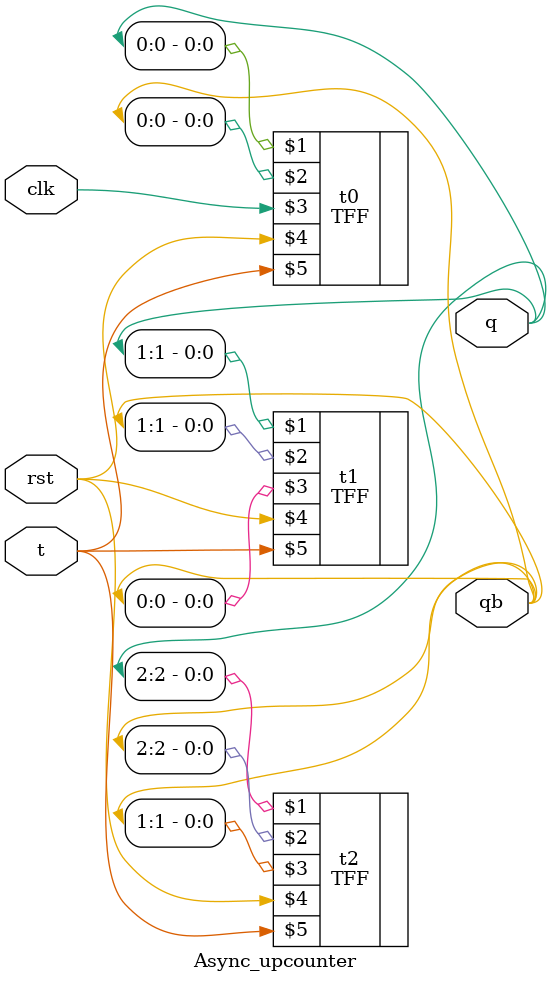
<source format=v>
`timescale 1ns / 1ps
module Async_upcounter(q,qb,clk,rst,t);
input t;
input clk,rst;
output [2:0]q,qb;
TFF t0(q[0],qb[0],clk,rst,t);
TFF t1(q[1],qb[1],qb[0],rst,t);
TFF t2(q[2],qb[2],qb[1],rst,t);
endmodule
</source>
